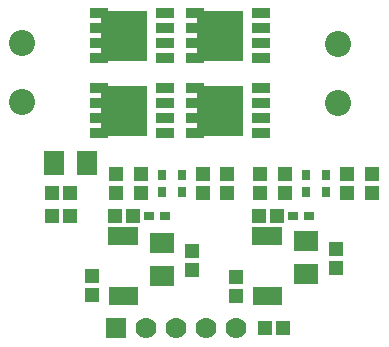
<source format=gts>
G04 ---------------------------- Layer name :TOP SOLDER LAYER*
G04 EasyEDA v5.6.10, Sun, 08 Jul 2018 18:09:17 GMT*
G04 afe9f61c7a5b4e3abdc74997a70e8aea*
G04 Gerber Generator version 0.2*
G04 Scale: 100 percent, Rotated: No, Reflected: No *
G04 Dimensions in inches *
G04 leading zeros omitted , absolute positions ,2 integer and 4 decimal *
%FSLAX24Y24*%
%MOIN*%
G90*
G70D02*

%ADD15R,0.019800X0.059181*%
%ADD16R,0.063000X0.032000*%
%ADD17R,0.158000X0.166000*%
%ADD18R,0.051307X0.047370*%
%ADD19R,0.032000X0.028000*%
%ADD20R,0.047370X0.051307*%
%ADD21R,0.028000X0.032000*%
%ADD22R,0.071000X0.078900*%
%ADD23R,0.078900X0.071000*%
%ADD24C,0.086740*%
%ADD25C,0.070000*%
%ADD26R,0.070000X0.070000*%

%LPD*%
G54D15*
G01X10290Y3810D03*
G01X10094Y3810D03*
G01X9897Y3810D03*
G01X9701Y3810D03*
G01X9503Y3810D03*
G01X9505Y1816D03*
G01X9703Y1815D03*
G01X9901Y1815D03*
G01X10097Y1816D03*
G01X10293Y1816D03*
G54D16*
G01X9700Y7250D03*
G01X9700Y7750D03*
G01X9700Y8250D03*
G01X9700Y8750D03*
G01X7480Y8750D03*
G01X7480Y8250D03*
G01X7480Y7750D03*
G01X7480Y7250D03*
G54D17*
G01X8310Y8000D03*
G54D16*
G01X6500Y7250D03*
G01X6500Y7750D03*
G01X6500Y8250D03*
G01X6500Y8750D03*
G01X4280Y8750D03*
G01X4280Y8250D03*
G01X4280Y7750D03*
G01X4280Y7250D03*
G54D17*
G01X5109Y8000D03*
G54D15*
G01X5490Y3810D03*
G01X5294Y3810D03*
G01X5098Y3810D03*
G01X4901Y3810D03*
G01X4703Y3810D03*
G01X4705Y1816D03*
G01X4903Y1815D03*
G01X5100Y1816D03*
G01X5296Y1816D03*
G01X5494Y1816D03*
G54D24*
G01X1730Y10250D03*
G01X1730Y8278D03*
G01X12268Y8250D03*
G01X12268Y10222D03*
G54D18*
G01X8849Y2444D03*
G01X8849Y1814D03*
G01X4049Y2494D03*
G01X4049Y1864D03*
G54D19*
G01X11300Y4500D03*
G01X10739Y4500D03*
G54D20*
G01X9606Y4499D03*
G01X10235Y4499D03*
G54D19*
G01X6500Y4500D03*
G01X5940Y4500D03*
G54D20*
G01X4805Y4499D03*
G01X5436Y4499D03*
G54D21*
G01X11200Y5850D03*
G01X11200Y5290D03*
G54D18*
G01X10500Y5256D03*
G01X10500Y5886D03*
G01X9650Y5256D03*
G01X9650Y5886D03*
G01X13400Y5256D03*
G01X13400Y5886D03*
G54D21*
G01X11850Y5850D03*
G01X11850Y5290D03*
G54D18*
G01X12550Y5256D03*
G01X12550Y5886D03*
G54D16*
G01X9700Y9750D03*
G01X9700Y10250D03*
G01X9700Y10750D03*
G01X9700Y11250D03*
G01X7480Y11250D03*
G01X7480Y10750D03*
G01X7480Y10250D03*
G01X7480Y9750D03*
G54D17*
G01X8310Y10500D03*
G54D16*
G01X6500Y9750D03*
G01X6500Y10250D03*
G01X6500Y10750D03*
G01X6500Y11250D03*
G01X4280Y11250D03*
G01X4280Y10750D03*
G01X4280Y10250D03*
G01X4280Y9750D03*
G54D17*
G01X5109Y10500D03*
G54D21*
G01X6400Y5850D03*
G01X6400Y5290D03*
G54D18*
G01X5700Y5256D03*
G01X5700Y5886D03*
G01X4850Y5256D03*
G01X4850Y5886D03*
G01X8550Y5256D03*
G01X8550Y5886D03*
G54D21*
G01X7050Y5850D03*
G01X7050Y5290D03*
G54D18*
G01X7750Y5256D03*
G01X7750Y5886D03*
G54D22*
G01X2800Y6249D03*
G01X3900Y6249D03*
G54D23*
G01X11200Y2550D03*
G01X11200Y3650D03*
G01X6400Y2500D03*
G01X6400Y3600D03*
G54D18*
G01X12200Y2756D03*
G01X12200Y3386D03*
G54D20*
G01X2705Y5249D03*
G01X3336Y5249D03*
G01X2705Y4499D03*
G01X3336Y4499D03*
G54D18*
G01X7400Y2706D03*
G01X7400Y3336D03*
G54D20*
G01X9806Y749D03*
G01X10435Y749D03*
G54D25*
G01X8850Y750D03*
G01X7850Y750D03*
G01X6850Y750D03*
G01X5850Y750D03*
G54D26*
G01X4850Y750D03*
M00*
M02*

</source>
